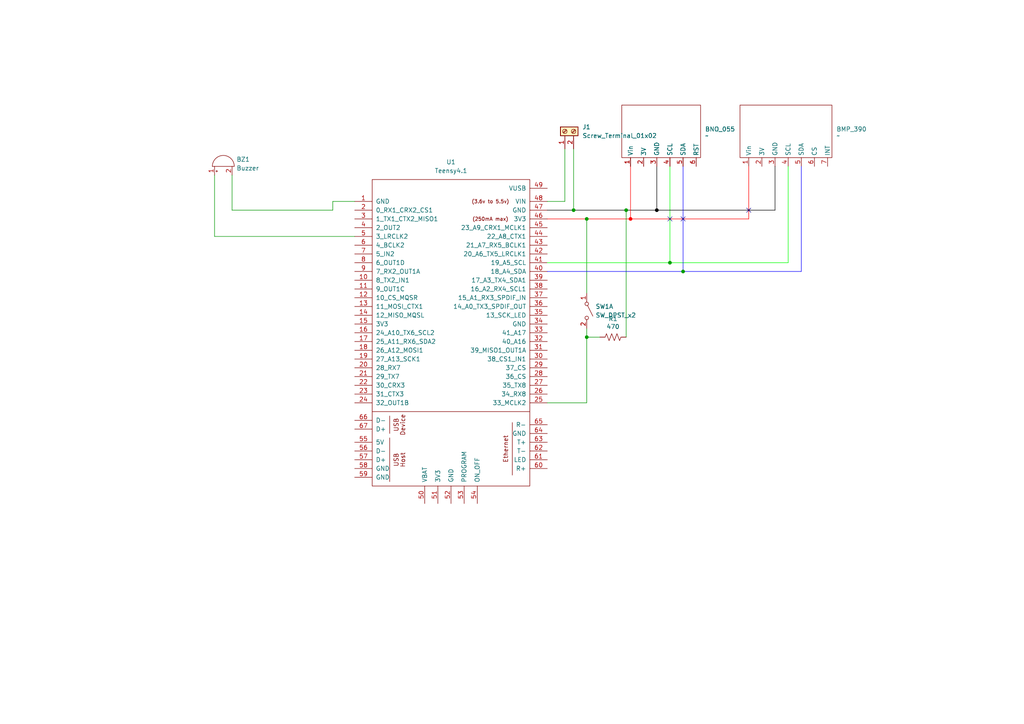
<source format=kicad_sch>
(kicad_sch (version 20231120) (generator "eeschema") (generator_version "8.0")
  (paper "A4")
  (lib_symbols
    (symbol "BNO-055_1"
      (property "Reference" "BMP_390" (at -4.572 0.254 0))
      (symbol "BNO-055_1_0_1"
        (rectangle (start -13.97 7.62) (end 12.7 -7.62))
      )
      (symbol "BNO-055_1_1_1"
        (pin input line (at -11.43 -10.16 90) (length 2.54) (name "Vin") (number "1"))
        (pin input line (at -7.62 -10.16 90) (length 2.54) (name "3V") (number "2"))
        (pin input line (at -3.81 -10.16 90) (length 2.54) (name "GND") (number "3"))
        (pin input line (at 0 -10.16 90) (length 2.54) (name "SCL") (number "4"))
        (pin input line (at 3.81 -10.16 90) (length 2.54) (name "SDA") (number "5"))
        (pin input line (at 7.62 -10.16 90) (length 2.54) (name "CS") (number "6"))
        (pin input line (at 11.43 -10.16 90) (length 2.54) (name "INT") (number "7"))
      )
    )
    (symbol "BNO-055_2"
      (property "Reference" "BNO_055" (at 12.7 0.6351 0))
      (property "Value" "~" (at 12.7 -1.27 0))
      (symbol "BNO-055_2_0_1"
        (rectangle (start -11.43 -7.62) (end 11.43 7.62))
      )
      (symbol "BNO-055_2_1_1"
        (pin input line (at -8.89 -10.16 90) (length 2.54) (name "Vin") (number "1"))
        (pin input line (at -5.08 -10.16 90) (length 2.54) (name "3V") (number "2"))
        (pin input line (at -1.27 -10.16 90) (length 2.54) (name "GND") (number "3"))
        (pin input line (at 2.54 -10.16 90) (length 2.54) (name "SCL") (number "4"))
        (pin input line (at 6.35 -10.16 90) (length 2.54) (name "SDA") (number "5"))
        (pin input line (at 10.16 -10.16 90) (length 2.54) (name "RST") (number "6"))
      )
    )
    (symbol "Connector:Screw_Terminal_01x02" (pin_names (offset 1.016) hide)
      (property "Reference" "J" (at 0 2.54 0))
      (property "Value" "Screw_Terminal_01x02" (at 0 -5.08 0))
      (symbol "Screw_Terminal_01x02_1_1"
        (rectangle (start -1.27 1.27) (end 1.27 -3.81) (stroke (width 0.254)) (fill (type background)))
        (circle (center 0 -2.54) (radius 0.635) (stroke (width 0.1524)))
        (polyline (pts (xy -0.5334 -2.2098) (xy 0.3302 -3.048)) (stroke (width 0.1524)))
        (polyline (pts (xy -0.5334 0.3302) (xy 0.3302 -0.508)) (stroke (width 0.1524)))
        (polyline (pts (xy -0.3556 -2.032) (xy 0.508 -2.8702)) (stroke (width 0.1524)))
        (polyline (pts (xy -0.3556 0.508) (xy 0.508 -0.3302)) (stroke (width 0.1524)))
        (circle (center 0 0) (radius 0.635) (stroke (width 0.1524)))
        (pin passive line (at -5.08 0 0) (length 3.81) (name "Pin_1") (number "1"))
        (pin passive line (at -5.08 -2.54 0) (length 3.81) (name "Pin_2") (number "2"))
      )
    )
    (symbol "Device:Buzzer" (pin_names (offset 0.0254) hide)
      (property "Reference" "BZ" (at 3.81 1.27 0))
      (property "Value" "Buzzer" (at 3.81 -1.27 0))
      (symbol "Buzzer_0_1"
        (arc (start 0 -3.175) (mid 3.1612 0) (end 0 3.175))
        (polyline (pts (xy -1.651 1.905) (xy -1.143 1.905)))
        (polyline (pts (xy -1.397 2.159) (xy -1.397 1.651)))
        (polyline (pts (xy 0 3.175) (xy 0 -3.175)))
      )
      (symbol "Buzzer_1_1"
        (pin passive line (at -2.54 2.54 0) (length 2.54) (name "+") (number "1"))
        (pin passive line (at -2.54 -2.54 0) (length 2.54) (name "-") (number "2"))
      )
    )
    (symbol "Device:R_US" (pin_numbers hide) (pin_names (offset 0))
      (property "Reference" "R" (at 2.54 0 90))
      (property "Value" "R_US" (at -2.54 0 90))
      (symbol "R_US_0_1"
        (polyline (pts (xy 0 -2.286) (xy 0 -2.54)))
        (polyline (pts (xy 0 2.286) (xy 0 2.54)))
        (polyline (pts (xy 0 -0.762) (xy 1.016 -1.143) (xy 0 -1.524) (xy -1.016 -1.905) (xy 0 -2.286)))
        (polyline (pts (xy 0 0.762) (xy 1.016 0.381) (xy 0 0) (xy -1.016 -0.381) (xy 0 -0.762)))
        (polyline (pts (xy 0 2.286) (xy 1.016 1.905) (xy 0 1.524) (xy -1.016 1.143) (xy 0 0.762)))
      )
      (symbol "R_US_1_1"
        (pin passive line (at 0 3.81 270) (length 1.27) (name "~") (number "1"))
        (pin passive line (at 0 -3.81 90) (length 1.27) (name "~") (number "2"))
      )
    )
    (symbol "Switch:SW_DPST_x2" (pin_names (offset 0) hide)
      (property "Reference" "SW" (at 0 3.175 0))
      (property "Value" "SW_DPST_x2" (at 0 -2.54 0))
      (symbol "SW_DPST_x2_0_0"
        (circle (center -2.032 0) (radius 0.508))
        (polyline (pts (xy -1.524 0.254) (xy 1.524 1.778)))
        (circle (center 2.032 0) (radius 0.508))
      )
      (symbol "SW_DPST_x2_1_1"
        (pin passive line (at -5.08 0 0) (length 2.54) (name "A") (number "1"))
        (pin passive line (at 5.08 0 180) (length 2.54) (name "B") (number "2"))
      )
      (symbol "SW_DPST_x2_2_1"
        (pin passive line (at -5.08 0 0) (length 2.54) (name "A") (number "3"))
        (pin passive line (at 5.08 0 180) (length 2.54) (name "B") (number "4"))
      )
    )
    (symbol "teensy:Teensy4.1" (pin_names (offset 1.016))
      (property "Reference" "U" (at 0 64.77 0))
      (property "Value" "Teensy4.1" (at 0 62.23 0))
      (symbol "Teensy4.1_0_0"
        (polyline (pts (xy -22.86 -6.35) (xy 22.86 -6.35)))
        (polyline (pts (xy -17.78 -26.67) (xy -17.78 -13.97)))
        (polyline (pts (xy -17.78 -7.62) (xy -17.78 -12.7)))
        (polyline (pts (xy 17.78 -9.525) (xy 17.78 -24.765)))
        (text "(250mA max)" (at 11.43 49.53 0) (effects (font (size 1.016 1.016))))
        (text "(3.6v to 5.5v)" (at 11.43 54.61 0) (effects (font (size 1.016 1.016))))
        (text "Device" (at -13.97 -10.16 900) (effects (font (size 1.27 1.27))))
        (text "Ethernet" (at 15.875 -17.145 900) (effects (font (size 1.27 1.27))))
        (text "Host" (at -13.97 -20.32 900) (effects (font (size 1.27 1.27))))
        (text "USB" (at -15.875 -20.32 900) (effects (font (size 1.27 1.27))))
        (text "USB" (at -15.875 -10.16 900) (effects (font (size 1.27 1.27))))
        (pin bidirectional line (at -27.94 31.75 0) (length 5.08) (name "8_TX2_IN1") (number "10"))
        (pin bidirectional line (at -27.94 29.21 0) (length 5.08) (name "9_OUT1C") (number "11"))
        (pin bidirectional line (at -27.94 26.67 0) (length 5.08) (name "10_CS_MQSR") (number "12"))
        (pin bidirectional line (at -27.94 24.13 0) (length 5.08) (name "11_MOSI_CTX1") (number "13"))
        (pin bidirectional line (at -27.94 21.59 0) (length 5.08) (name "12_MISO_MQSL") (number "14"))
        (pin power_in line (at -27.94 19.05 0) (length 5.08) (name "3V3") (number "15"))
        (pin bidirectional line (at -27.94 16.51 0) (length 5.08) (name "24_A10_TX6_SCL2") (number "16"))
        (pin bidirectional line (at -27.94 13.97 0) (length 5.08) (name "25_A11_RX6_SDA2") (number "17"))
        (pin bidirectional line (at -27.94 11.43 0) (length 5.08) (name "26_A12_MOSI1") (number "18"))
        (pin bidirectional line (at -27.94 8.89 0) (length 5.08) (name "27_A13_SCK1") (number "19"))
        (pin bidirectional line (at -27.94 6.35 0) (length 5.08) (name "28_RX7") (number "20"))
        (pin bidirectional line (at -27.94 3.81 0) (length 5.08) (name "29_TX7") (number "21"))
        (pin bidirectional line (at -27.94 1.27 0) (length 5.08) (name "30_CRX3") (number "22"))
        (pin bidirectional line (at -27.94 -1.27 0) (length 5.08) (name "31_CTX3") (number "23"))
        (pin bidirectional line (at -27.94 -3.81 0) (length 5.08) (name "32_OUT1B") (number "24"))
        (pin bidirectional line (at 27.94 -3.81 180) (length 5.08) (name "33_MCLK2") (number "25"))
        (pin bidirectional line (at 27.94 -1.27 180) (length 5.08) (name "34_RX8") (number "26"))
        (pin bidirectional line (at 27.94 1.27 180) (length 5.08) (name "35_TX8") (number "27"))
        (pin bidirectional line (at 27.94 3.81 180) (length 5.08) (name "36_CS") (number "28"))
        (pin bidirectional line (at 27.94 6.35 180) (length 5.08) (name "37_CS") (number "29"))
        (pin bidirectional line (at 27.94 8.89 180) (length 5.08) (name "38_CS1_IN1") (number "30"))
        (pin bidirectional line (at 27.94 11.43 180) (length 5.08) (name "39_MISO1_OUT1A") (number "31"))
        (pin bidirectional line (at 27.94 13.97 180) (length 5.08) (name "40_A16") (number "32"))
        (pin bidirectional line (at 27.94 16.51 180) (length 5.08) (name "41_A17") (number "33"))
        (pin bidirectional line (at 27.94 21.59 180) (length 5.08) (name "13_SCK_LED") (number "35"))
        (pin bidirectional line (at 27.94 24.13 180) (length 5.08) (name "14_A0_TX3_SPDIF_OUT") (number "36"))
        (pin bidirectional line (at 27.94 26.67 180) (length 5.08) (name "15_A1_RX3_SPDIF_IN") (number "37"))
        (pin bidirectional line (at 27.94 29.21 180) (length 5.08) (name "16_A2_RX4_SCL1") (number "38"))
        (pin bidirectional line (at 27.94 31.75 180) (length 5.08) (name "17_A3_TX4_SDA1") (number "39"))
        (pin bidirectional line (at 27.94 34.29 180) (length 5.08) (name "18_A4_SDA") (number "40"))
        (pin bidirectional line (at 27.94 36.83 180) (length 5.08) (name "19_A5_SCL") (number "41"))
        (pin bidirectional line (at 27.94 39.37 180) (length 5.08) (name "20_A6_TX5_LRCLK1") (number "42"))
        (pin bidirectional line (at 27.94 41.91 180) (length 5.08) (name "21_A7_RX5_BCLK1") (number "43"))
        (pin bidirectional line (at 27.94 44.45 180) (length 5.08) (name "22_A8_CTX1") (number "44"))
        (pin bidirectional line (at 27.94 46.99 180) (length 5.08) (name "23_A9_CRX1_MCLK1") (number "45"))
        (pin output line (at 27.94 49.53 180) (length 5.08) (name "3V3") (number "46"))
        (pin output line (at 27.94 52.07 180) (length 5.08) (name "GND") (number "47"))
        (pin power_in line (at 27.94 54.61 180) (length 5.08) (name "VIN") (number "48"))
        (pin power_out line (at 27.94 58.42 180) (length 5.08) (name "VUSB") (number "49"))
        (pin bidirectional line (at -27.94 44.45 0) (length 5.08) (name "3_LRCLK2") (number "5"))
        (pin power_in line (at -7.62 -33.02 90) (length 5.08) (name "VBAT") (number "50"))
        (pin power_in line (at -3.81 -33.02 90) (length 5.08) (name "3V3") (number "51"))
        (pin input line (at 0 -33.02 90) (length 5.08) (name "GND") (number "52"))
        (pin input line (at 3.81 -33.02 90) (length 5.08) (name "PROGRAM") (number "53"))
        (pin input line (at 7.62 -33.02 90) (length 5.08) (name "ON_OFF") (number "54"))
        (pin power_out line (at -27.94 -15.24 0) (length 5.08) (name "5V") (number "55"))
        (pin bidirectional line (at -27.94 -17.78 0) (length 5.08) (name "D-") (number "56"))
        (pin bidirectional line (at -27.94 -20.32 0) (length 5.08) (name "D+") (number "57"))
        (pin power_in line (at -27.94 -22.86 0) (length 5.08) (name "GND") (number "58"))
        (pin power_in line (at -27.94 -25.4 0) (length 5.08) (name "GND") (number "59"))
        (pin bidirectional line (at -27.94 41.91 0) (length 5.08) (name "4_BCLK2") (number "6"))
        (pin bidirectional line (at 27.94 -22.86 180) (length 5.08) (name "R+") (number "60"))
        (pin bidirectional line (at 27.94 -20.32 180) (length 5.08) (name "LED") (number "61"))
        (pin bidirectional line (at 27.94 -17.78 180) (length 5.08) (name "T-") (number "62"))
        (pin bidirectional line (at 27.94 -15.24 180) (length 5.08) (name "T+") (number "63"))
        (pin power_in line (at 27.94 -12.7 180) (length 5.08) (name "GND") (number "64"))
        (pin bidirectional line (at 27.94 -10.16 180) (length 5.08) (name "R-") (number "65"))
        (pin bidirectional line (at -27.94 -8.89 0) (length 5.08) (name "D-") (number "66"))
        (pin bidirectional line (at -27.94 -11.43 0) (length 5.08) (name "D+") (number "67"))
        (pin bidirectional line (at -27.94 39.37 0) (length 5.08) (name "5_IN2") (number "7"))
        (pin bidirectional line (at -27.94 36.83 0) (length 5.08) (name "6_OUT1D") (number "8"))
        (pin bidirectional line (at -27.94 34.29 0) (length 5.08) (name "7_RX2_OUT1A") (number "9"))
      )
      (symbol "Teensy4.1_0_1"
        (rectangle (start -22.86 60.96) (end 22.86 -27.94))
        (rectangle (start -20.32 -1.27) (end -20.32 -1.27))
      )
      (symbol "Teensy4.1_1_1"
        (pin power_in line (at -27.94 54.61 0) (length 5.08) (name "GND") (number "1"))
        (pin bidirectional line (at -27.94 52.07 0) (length 5.08) (name "0_RX1_CRX2_CS1") (number "2"))
        (pin bidirectional line (at -27.94 49.53 0) (length 5.08) (name "1_TX1_CTX2_MISO1") (number "3"))
        (pin power_in line (at 27.94 19.05 180) (length 5.08) (name "GND") (number "34"))
        (pin bidirectional line (at -27.94 46.99 0) (length 5.08) (name "2_OUT2") (number "4"))
      )
    )
  )
  (junction (at 198.12 78.74))
  (junction (at 170.18 97.79))
  (junction (at 181.61 60.96))
  (junction (at 182.88 63.5) (color 255 0 0 1))
  (junction (at 170.18 63.5))
  (junction (at 194.31 76.2))
  (junction (at 166.37 60.96))
  (junction (at 190.5 60.96) (color 0 0 0 1))
  (no_connect (at 198.12 63.5))
  (no_connect (at 217.17 60.96))
  (no_connect (at 194.31 63.5))
  (wire (pts (xy 166.37 43.18) (xy 166.37 60.96)))
  (wire (pts (xy 67.31 60.96) (xy 96.52 60.96)))
  (wire (pts (xy 67.31 50.8) (xy 67.31 60.96)))
  (wire (pts (xy 158.75 76.2) (xy 194.31 76.2)) (stroke (width 0) (color 0 255 0 1)))
  (wire (pts (xy 182.88 48.26) (xy 182.88 63.5)) (stroke (width 0) (color 255 0 0 1)))
  (wire (pts (xy 170.18 63.5) (xy 182.88 63.5)) (stroke (width 0) (color 255 0 0 1)))
  (wire (pts (xy 217.17 48.26) (xy 217.17 63.5)) (stroke (width 0) (color 255 0 0 1)))
  (wire (pts (xy 232.41 78.74) (xy 198.12 78.74)) (stroke (width 0) (color 8 0 255 1)))
  (wire (pts (xy 62.23 68.58) (xy 102.87 68.58)))
  (wire (pts (xy 194.31 76.2) (xy 194.31 48.26)) (stroke (width 0) (color 0 255 0 1)))
  (wire (pts (xy 170.18 97.79) (xy 173.99 97.79)))
  (wire (pts (xy 158.75 60.96) (xy 166.37 60.96)) (stroke (width 0) (color 0 0 0 1)))
  (wire (pts (xy 190.5 60.96) (xy 224.79 60.96)) (stroke (width 0) (color 0 0 0 1)))
  (wire (pts (xy 170.18 63.5) (xy 170.18 85.09)))
  (wire (pts (xy 62.23 68.58) (xy 62.23 50.8)))
  (wire (pts (xy 96.52 60.96) (xy 96.52 58.42)))
  (wire (pts (xy 224.79 60.96) (xy 224.79 48.26)) (stroke (width 0) (color 0 0 0 1)))
  (wire (pts (xy 181.61 60.96) (xy 190.5 60.96)) (stroke (width 0) (color 0 0 0 1)))
  (wire (pts (xy 217.17 63.5) (xy 182.88 63.5)) (stroke (width 0) (color 255 0 0 1)))
  (wire (pts (xy 198.12 48.26) (xy 198.12 78.74)) (stroke (width 0) (color 8 0 255 1)))
  (wire (pts (xy 163.83 43.18) (xy 163.83 58.42)))
  (wire (pts (xy 181.61 60.96) (xy 181.61 97.79)))
  (wire (pts (xy 228.6 76.2) (xy 194.31 76.2)) (stroke (width 0) (color 0 255 0 1)))
  (wire (pts (xy 166.37 60.96) (xy 181.61 60.96)) (stroke (width 0) (color 0 0 0 1)))
  (wire (pts (xy 228.6 48.26) (xy 228.6 76.2)) (stroke (width 0) (color 0 255 0 1)))
  (wire (pts (xy 232.41 48.26) (xy 232.41 78.74)) (stroke (width 0) (color 8 0 255 1)))
  (wire (pts (xy 190.5 48.26) (xy 190.5 60.96)) (stroke (width 0) (color 0 0 0 1)))
  (wire (pts (xy 163.83 58.42) (xy 158.75 58.42)))
  (wire (pts (xy 158.75 78.74) (xy 198.12 78.74)) (stroke (width 0) (color 8 0 255 1)))
  (wire (pts (xy 158.75 116.84) (xy 170.18 116.84)))
  (wire (pts (xy 170.18 97.79) (xy 170.18 116.84)))
  (wire (pts (xy 158.75 63.5) (xy 170.18 63.5)) (stroke (width 0) (color 255 0 0 1)))
  (wire (pts (xy 96.52 58.42) (xy 102.87 58.42)))
  (wire (pts (xy 170.18 95.25) (xy 170.18 97.79)))
  (symbol (lib_name "BNO-055_2") (lib_id "Breakouts:BNO-055") (at 191.77 38.1 0) (unit 1)
    (property "Reference" "BNO_055" (at 204.47 37.4649 0) (effects (justify left)))
    (property "Value" "~" (at 204.47 39.37 0) (effects (justify left)))
  )
  (symbol (lib_id "Switch:SW_DPST_x2") (at 170.18 90.17 270) (unit 1)
    (property "Reference" "SW1" (at 172.72 88.8999 90) (effects (justify left)))
    (property "Value" "SW_DPST_x2" (at 172.72 91.4399 90) (effects (justify left)))
    (property "Description" "Single Pole Single Throw (SPST) switch, separate symbol" (effects (hide yes)))
  )
  (symbol (lib_id "Device:Buzzer") (at 64.77 48.26 90) (unit 1)
    (property "Reference" "BZ1" (at 68.58 46.2348 90) (effects (justify right)))
    (property "Value" "Buzzer" (at 68.58 48.7748 90) (effects (justify right)))
    (property "Description" "Buzzer, polarized" (effects (hide yes)))
  )
  (symbol (lib_id "Connector:Screw_Terminal_01x02") (at 163.83 38.1 90) (unit 1)
    (property "Reference" "J1" (at 168.91 36.8299 90) (effects (justify right)))
    (property "Value" "Screw_Terminal_01x02" (at 168.91 39.3699 90) (effects (justify right)))
    (property "Description" "Generic screw terminal, single row, 01x02, script generated (kicad-library-utils/schlib/autogen/connector/)" (effects (hide yes)))
  )
  (symbol (lib_id "teensy:Teensy4.1") (at 130.81 113.03 0) (unit 1)
    (property "Reference" "U1" (at 130.81 46.99 0))
    (property "Value" "Teensy4.1" (at 130.81 49.53 0))
  )
  (symbol (lib_id "Device:R_US") (at 177.8 97.79 90) (unit 1)
    (property "Reference" "R1" (at 177.8 92.456 90))
    (property "Value" "470" (at 177.8 94.742 90))
    (property "Description" "Resistor, US symbol" (effects (hide yes)))
  )
  (symbol (lib_name "BNO-055_1") (lib_id "Breakouts:BNO-055") (at 228.6 38.1 0) (unit 1)
    (property "Reference" "BMP_390" (at 242.57 37.4649 0) (effects (justify left)))
    (property "Value" "~" (at 242.57 39.37 0) (effects (justify left)))
  )
)
</source>
